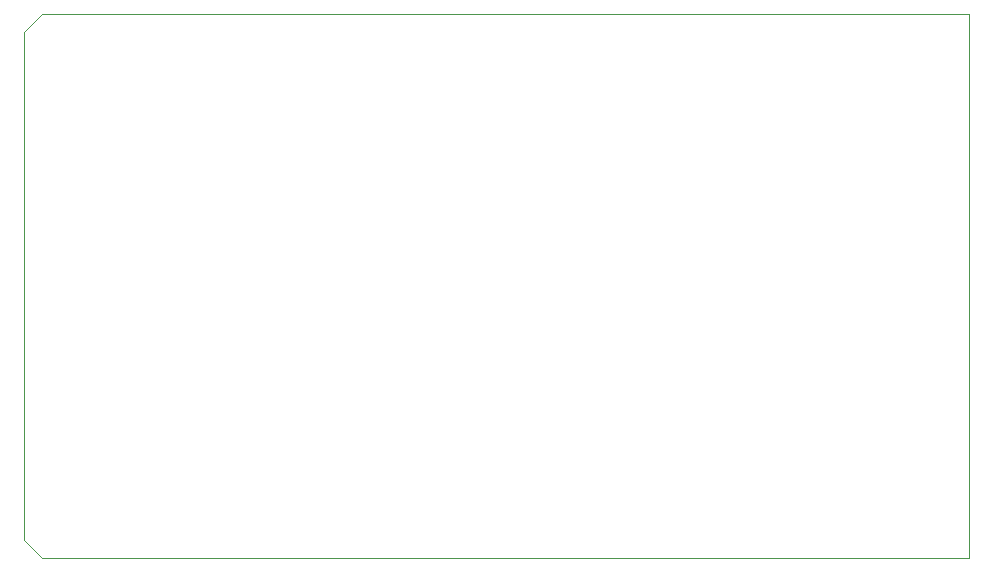
<source format=gbr>
G04 #@! TF.GenerationSoftware,KiCad,Pcbnew,5.1.10-88a1d61d58~88~ubuntu20.10.1*
G04 #@! TF.CreationDate,2021-05-06T21:06:24+02:00*
G04 #@! TF.ProjectId,breakout-board,62726561-6b6f-4757-942d-626f6172642e,1.0*
G04 #@! TF.SameCoordinates,Original*
G04 #@! TF.FileFunction,Profile,NP*
%FSLAX46Y46*%
G04 Gerber Fmt 4.6, Leading zero omitted, Abs format (unit mm)*
G04 Created by KiCad (PCBNEW 5.1.10-88a1d61d58~88~ubuntu20.10.1) date 2021-05-06 21:06:24*
%MOMM*%
%LPD*%
G01*
G04 APERTURE LIST*
G04 #@! TA.AperFunction,Profile*
%ADD10C,0.100000*%
G04 #@! TD*
G04 APERTURE END LIST*
D10*
X63160000Y-81640000D02*
X64660000Y-83140000D01*
X63160000Y-38640000D02*
X64660000Y-37140000D01*
X143160000Y-83140000D02*
X64660000Y-83140000D01*
X143160000Y-37140000D02*
X143160000Y-83140000D01*
X64660000Y-37140000D02*
X143160000Y-37140000D01*
X63160000Y-81640000D02*
X63160000Y-38640000D01*
M02*

</source>
